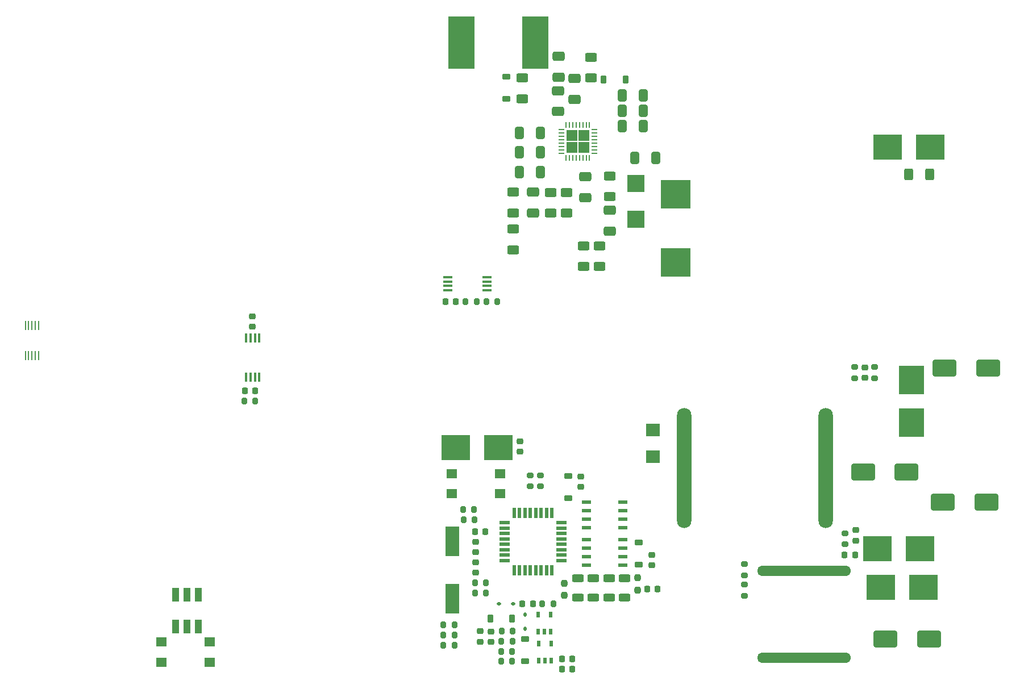
<source format=gtp>
G04 #@! TF.GenerationSoftware,KiCad,Pcbnew,7.0.1*
G04 #@! TF.CreationDate,2023-11-20T20:44:28-08:00*
G04 #@! TF.ProjectId,rps01,72707330-312e-46b6-9963-61645f706362,2*
G04 #@! TF.SameCoordinates,Original*
G04 #@! TF.FileFunction,Paste,Top*
G04 #@! TF.FilePolarity,Positive*
%FSLAX46Y46*%
G04 Gerber Fmt 4.6, Leading zero omitted, Abs format (unit mm)*
G04 Created by KiCad (PCBNEW 7.0.1) date 2023-11-20 20:44:28*
%MOMM*%
%LPD*%
G01*
G04 APERTURE LIST*
G04 Aperture macros list*
%AMRoundRect*
0 Rectangle with rounded corners*
0 $1 Rounding radius*
0 $2 $3 $4 $5 $6 $7 $8 $9 X,Y pos of 4 corners*
0 Add a 4 corners polygon primitive as box body*
4,1,4,$2,$3,$4,$5,$6,$7,$8,$9,$2,$3,0*
0 Add four circle primitives for the rounded corners*
1,1,$1+$1,$2,$3*
1,1,$1+$1,$4,$5*
1,1,$1+$1,$6,$7*
1,1,$1+$1,$8,$9*
0 Add four rect primitives between the rounded corners*
20,1,$1+$1,$2,$3,$4,$5,0*
20,1,$1+$1,$4,$5,$6,$7,0*
20,1,$1+$1,$6,$7,$8,$9,0*
20,1,$1+$1,$8,$9,$2,$3,0*%
G04 Aperture macros list end*
%ADD10RoundRect,0.250000X-0.412500X-0.650000X0.412500X-0.650000X0.412500X0.650000X-0.412500X0.650000X0*%
%ADD11R,1.100000X2.000000*%
%ADD12RoundRect,0.225000X0.250000X-0.225000X0.250000X0.225000X-0.250000X0.225000X-0.250000X-0.225000X0*%
%ADD13RoundRect,0.200000X0.200000X0.275000X-0.200000X0.275000X-0.200000X-0.275000X0.200000X-0.275000X0*%
%ADD14RoundRect,0.250000X0.625000X-0.312500X0.625000X0.312500X-0.625000X0.312500X-0.625000X-0.312500X0*%
%ADD15RoundRect,0.200000X-0.275000X0.200000X-0.275000X-0.200000X0.275000X-0.200000X0.275000X0.200000X0*%
%ADD16RoundRect,0.225000X-0.250000X0.225000X-0.250000X-0.225000X0.250000X-0.225000X0.250000X0.225000X0*%
%ADD17R,4.241800X3.810000*%
%ADD18RoundRect,0.200000X0.275000X-0.200000X0.275000X0.200000X-0.275000X0.200000X-0.275000X-0.200000X0*%
%ADD19RoundRect,0.225000X-0.225000X-0.250000X0.225000X-0.250000X0.225000X0.250000X-0.225000X0.250000X0*%
%ADD20RoundRect,0.250000X1.500000X1.000000X-1.500000X1.000000X-1.500000X-1.000000X1.500000X-1.000000X0*%
%ADD21RoundRect,0.225000X0.225000X0.250000X-0.225000X0.250000X-0.225000X-0.250000X0.225000X-0.250000X0*%
%ADD22RoundRect,0.112500X-0.187500X-0.112500X0.187500X-0.112500X0.187500X0.112500X-0.187500X0.112500X0*%
%ADD23RoundRect,0.200000X-0.200000X-0.275000X0.200000X-0.275000X0.200000X0.275000X-0.200000X0.275000X0*%
%ADD24R,4.000000X7.800000*%
%ADD25R,0.804800X0.249200*%
%ADD26R,0.249200X0.804800*%
%ADD27R,4.521200X4.241800*%
%ADD28RoundRect,0.237500X0.237500X-0.250000X0.237500X0.250000X-0.237500X0.250000X-0.237500X-0.250000X0*%
%ADD29R,2.499995X2.560396*%
%ADD30R,1.460500X0.558800*%
%ADD31RoundRect,0.250000X0.400000X0.625000X-0.400000X0.625000X-0.400000X-0.625000X0.400000X-0.625000X0*%
%ADD32R,3.810000X4.241800*%
%ADD33RoundRect,0.225000X-0.225000X-0.375000X0.225000X-0.375000X0.225000X0.375000X-0.225000X0.375000X0*%
%ADD34RoundRect,0.250000X0.625000X-0.400000X0.625000X0.400000X-0.625000X0.400000X-0.625000X-0.400000X0*%
%ADD35R,0.279400X1.333500*%
%ADD36RoundRect,0.225000X0.375000X-0.225000X0.375000X0.225000X-0.375000X0.225000X-0.375000X-0.225000X0*%
%ADD37RoundRect,0.250000X0.650000X-0.412500X0.650000X0.412500X-0.650000X0.412500X-0.650000X-0.412500X0*%
%ADD38R,1.600000X0.550000*%
%ADD39R,0.550000X1.600000*%
%ADD40R,0.508000X0.952500*%
%ADD41RoundRect,0.250000X-0.625000X0.400000X-0.625000X-0.400000X0.625000X-0.400000X0.625000X0.400000X0*%
%ADD42R,0.355600X1.473200*%
%ADD43RoundRect,0.250000X-0.625000X0.312500X-0.625000X-0.312500X0.625000X-0.312500X0.625000X0.312500X0*%
%ADD44RoundRect,0.250000X-0.650000X0.412500X-0.650000X-0.412500X0.650000X-0.412500X0.650000X0.412500X0*%
%ADD45R,2.159000X1.955800*%
%ADD46O,2.159000X17.907000*%
%ADD47O,13.970000X1.524000*%
%ADD48R,1.600000X1.400000*%
%ADD49RoundRect,0.225000X-0.375000X0.225000X-0.375000X-0.225000X0.375000X-0.225000X0.375000X0.225000X0*%
%ADD50RoundRect,0.250000X-1.500000X-1.000000X1.500000X-1.000000X1.500000X1.000000X-1.500000X1.000000X0*%
%ADD51R,1.473200X0.355600*%
%ADD52R,2.000000X4.500000*%
%ADD53RoundRect,0.112500X0.112500X-0.187500X0.112500X0.187500X-0.112500X0.187500X-0.112500X-0.187500X0*%
G04 APERTURE END LIST*
G36*
X119911100Y-53800000D02*
G01*
X118336100Y-53800000D01*
X118336100Y-52225000D01*
X119911100Y-52225000D01*
X119911100Y-53800000D01*
G37*
G36*
X119911100Y-55575000D02*
G01*
X118336100Y-55575000D01*
X118336100Y-54000000D01*
X119911100Y-54000000D01*
X119911100Y-55575000D01*
G37*
G36*
X121686100Y-53800000D02*
G01*
X120111100Y-53800000D01*
X120111100Y-52225000D01*
X121686100Y-52225000D01*
X121686100Y-53800000D01*
G37*
G36*
X121686100Y-55575000D02*
G01*
X120111100Y-55575000D01*
X120111100Y-54000000D01*
X121686100Y-54000000D01*
X121686100Y-55575000D01*
G37*
D10*
X111300000Y-52600000D03*
X114425000Y-52600000D03*
X111300000Y-55500000D03*
X114425000Y-55500000D03*
X126637500Y-51650000D03*
X129762500Y-51650000D03*
D11*
X60113750Y-126243939D03*
X61813750Y-126243939D03*
X63513750Y-126243939D03*
X63513750Y-121443939D03*
X61813750Y-121443939D03*
X60113750Y-121443939D03*
D12*
X131050000Y-117050000D03*
X131050000Y-115500000D03*
D13*
X106325000Y-119700000D03*
X104675000Y-119700000D03*
D14*
X124650000Y-121925000D03*
X124650000Y-119000000D03*
D12*
X105500000Y-128475000D03*
X105500000Y-126925000D03*
X107050000Y-128500000D03*
X107050000Y-126950000D03*
D13*
X110300000Y-126900000D03*
X108650000Y-126900000D03*
D12*
X104750000Y-115125000D03*
X104750000Y-113575000D03*
D15*
X114450000Y-103650000D03*
X114450000Y-105300000D03*
D16*
X120450000Y-103850000D03*
X120450000Y-105400000D03*
D17*
X101800000Y-99500000D03*
X108175400Y-99500000D03*
D18*
X164250000Y-89175000D03*
X164250000Y-87525000D03*
D19*
X159775000Y-115500000D03*
X161325000Y-115500000D03*
D20*
X181150000Y-87700000D03*
X174650000Y-87700000D03*
D21*
X113300000Y-122850000D03*
X111750000Y-122850000D03*
D10*
X126662500Y-49350000D03*
X129787500Y-49350000D03*
D22*
X108300000Y-122850000D03*
X110400000Y-122850000D03*
D23*
X108600000Y-129925000D03*
X110250000Y-129925000D03*
D19*
X117675000Y-131050000D03*
X119225000Y-131050000D03*
D24*
X102650000Y-39150000D03*
X113650000Y-39150000D03*
D25*
X117558700Y-52150001D03*
X117558700Y-52650000D03*
X117558700Y-53149999D03*
X117558700Y-53650000D03*
X117558700Y-54150000D03*
X117558700Y-54650001D03*
X117558700Y-55150000D03*
X117558700Y-55649999D03*
D26*
X118261101Y-56352400D03*
X118761100Y-56352400D03*
X119261099Y-56352400D03*
X119761100Y-56352400D03*
X120261100Y-56352400D03*
X120761101Y-56352400D03*
X121261100Y-56352400D03*
X121761099Y-56352400D03*
D25*
X122463500Y-55649999D03*
X122463500Y-55150000D03*
X122463500Y-54650001D03*
X122463500Y-54150000D03*
X122463500Y-53650000D03*
X122463500Y-53149999D03*
X122463500Y-52650000D03*
X122463500Y-52150001D03*
D26*
X121761099Y-51447600D03*
X121261100Y-51447600D03*
X120761101Y-51447600D03*
X120261100Y-51447600D03*
X119761100Y-51447600D03*
X119261099Y-51447600D03*
X118761100Y-51447600D03*
X118261101Y-51447600D03*
D13*
X110275000Y-128425000D03*
X108625000Y-128425000D03*
D27*
X134600000Y-61800002D03*
X134600000Y-71950000D03*
D20*
X169000000Y-103200000D03*
X162500000Y-103200000D03*
D28*
X118000000Y-121575000D03*
X118000000Y-119750000D03*
D29*
X128700000Y-60177806D03*
X128700000Y-65522194D03*
D30*
X121301700Y-107690000D03*
X121301700Y-108960000D03*
X121301700Y-110230000D03*
X121301700Y-111500000D03*
X126750000Y-111500000D03*
X126750000Y-110230000D03*
X126750000Y-108960000D03*
X126750000Y-107690000D03*
D31*
X172400000Y-58800000D03*
X169300000Y-58800000D03*
D17*
X172508150Y-54750000D03*
X166132750Y-54750000D03*
D23*
X99975000Y-125950000D03*
X101625000Y-125950000D03*
D32*
X169750000Y-95837700D03*
X169750000Y-89462300D03*
D15*
X112900000Y-103650000D03*
X112900000Y-105300000D03*
D33*
X123850000Y-44700000D03*
X127150000Y-44700000D03*
D13*
X104625000Y-110250000D03*
X102975000Y-110250000D03*
D34*
X124800000Y-62150000D03*
X124800000Y-59050000D03*
X118300000Y-64600000D03*
X118300000Y-61500000D03*
D35*
X37698419Y-85806730D03*
X38198799Y-85806730D03*
X38699179Y-85806730D03*
X39199559Y-85806730D03*
X39699939Y-85806730D03*
X39699939Y-81374430D03*
X39199559Y-81374430D03*
X38699179Y-81374430D03*
X38198799Y-81374430D03*
X37698419Y-81374430D03*
D23*
X100000000Y-128998000D03*
X101650000Y-128998000D03*
D36*
X129100000Y-117000000D03*
X129100000Y-113700000D03*
D37*
X121150000Y-62262500D03*
X121150000Y-59137500D03*
D38*
X109100000Y-110750000D03*
X109100000Y-111550000D03*
X109100000Y-112350000D03*
X109100000Y-113150000D03*
X109100000Y-113950000D03*
X109100000Y-114750000D03*
X109100000Y-115550000D03*
X109100000Y-116350000D03*
D39*
X110550000Y-117800000D03*
X111350000Y-117800000D03*
X112150000Y-117800000D03*
X112950000Y-117800000D03*
X113750000Y-117800000D03*
X114550000Y-117800000D03*
X115350000Y-117800000D03*
X116150000Y-117800000D03*
D38*
X117600000Y-116350000D03*
X117600000Y-115550000D03*
X117600000Y-114750000D03*
X117600000Y-113950000D03*
X117600000Y-113150000D03*
X117600000Y-112350000D03*
X117600000Y-111550000D03*
X117600000Y-110750000D03*
D39*
X116150000Y-109300000D03*
X115350000Y-109300000D03*
X114550000Y-109300000D03*
X113750000Y-109300000D03*
X112950000Y-109300000D03*
X112150000Y-109300000D03*
X111350000Y-109300000D03*
X110550000Y-109300000D03*
D28*
X128900000Y-120775000D03*
X128900000Y-118950000D03*
D40*
X114150000Y-131302700D03*
X115100001Y-131302700D03*
X116050002Y-131302700D03*
X116050002Y-128750000D03*
X114150000Y-128750000D03*
D21*
X131925000Y-120600000D03*
X130375000Y-120600000D03*
D40*
X114099998Y-127000000D03*
X115049999Y-127000000D03*
X116000000Y-127000000D03*
X116000000Y-124447300D03*
X114099998Y-124447300D03*
D16*
X104750000Y-116625000D03*
X104750000Y-118175000D03*
D19*
X104700000Y-112050000D03*
X106250000Y-112050000D03*
D41*
X120900000Y-69450000D03*
X120900000Y-72550000D03*
X115950000Y-61500000D03*
X115950000Y-64600000D03*
D12*
X71500000Y-81500000D03*
X71500000Y-79950000D03*
D42*
X72574178Y-83230680D03*
X71924180Y-83230680D03*
X71274178Y-83230680D03*
X70624180Y-83230680D03*
X70624180Y-89072680D03*
X71274178Y-89072680D03*
X71924180Y-89072680D03*
X72574178Y-89072680D03*
D41*
X111700000Y-44450000D03*
X111700000Y-47550000D03*
X110400000Y-61450000D03*
X110400000Y-64550000D03*
D36*
X109400000Y-47550000D03*
X109400000Y-44250000D03*
D12*
X162750000Y-89125000D03*
X162750000Y-87575000D03*
D43*
X126950000Y-119000000D03*
X126950000Y-121925000D03*
D37*
X124800000Y-67250000D03*
X124800000Y-64125000D03*
D23*
X106375000Y-77800000D03*
X108025000Y-77800000D03*
D44*
X113300000Y-61437500D03*
X113300000Y-64562500D03*
D17*
X171008150Y-114650000D03*
X164632750Y-114650000D03*
D15*
X159850000Y-112300000D03*
X159850000Y-113950000D03*
D43*
X122350000Y-119000000D03*
X122350000Y-121925000D03*
D12*
X161400000Y-113400000D03*
X161400000Y-111850000D03*
D23*
X100000000Y-127474000D03*
X101650000Y-127474000D03*
D15*
X161250000Y-87525000D03*
X161250000Y-89175000D03*
D18*
X144850000Y-121600000D03*
X144850000Y-119950000D03*
D20*
X180900000Y-107700000D03*
X174400000Y-107700000D03*
D41*
X121950000Y-41350000D03*
X121950000Y-44450000D03*
D23*
X108600000Y-131400000D03*
X110250000Y-131400000D03*
X114700000Y-122850000D03*
X116350000Y-122850000D03*
D41*
X110400000Y-66950000D03*
X110400000Y-70050000D03*
D30*
X121300000Y-113290000D03*
X121300000Y-114560000D03*
X121300000Y-115830000D03*
X121300000Y-117100000D03*
X126748300Y-117100000D03*
X126748300Y-115830000D03*
X126748300Y-114560000D03*
X126748300Y-113290000D03*
D10*
X128487500Y-56400000D03*
X131612500Y-56400000D03*
D44*
X119550000Y-44487500D03*
X119550000Y-47612500D03*
D45*
X131200000Y-96931500D03*
X131200000Y-100868500D03*
D10*
X126662500Y-47050000D03*
X129787500Y-47050000D03*
X111350000Y-58450000D03*
X114475000Y-58450000D03*
D21*
X101850000Y-77800000D03*
X100300000Y-77800000D03*
D34*
X123240000Y-72550000D03*
X123240000Y-69450000D03*
D46*
X156936100Y-102550000D03*
X135854100Y-102550000D03*
D47*
X153700000Y-130874998D03*
X153700000Y-117925002D03*
D48*
X108400000Y-106400000D03*
X101200000Y-106400000D03*
X108400000Y-103400000D03*
X101200000Y-103400000D03*
D49*
X118550000Y-103800000D03*
X118550000Y-107100000D03*
D44*
X117150000Y-41187500D03*
X117150000Y-44312500D03*
D17*
X165162300Y-120400000D03*
X171537700Y-120400000D03*
D14*
X120000000Y-121925000D03*
X120000000Y-119000000D03*
D23*
X70299179Y-92576680D03*
X71949179Y-92576680D03*
D49*
X112150000Y-128100000D03*
X112150000Y-131400000D03*
D18*
X144850000Y-118575000D03*
X144850000Y-116925000D03*
D50*
X165850000Y-128100000D03*
X172350000Y-128100000D03*
D13*
X106325000Y-121200000D03*
X104675000Y-121200000D03*
X104575000Y-108750000D03*
X102925000Y-108750000D03*
D51*
X100629000Y-74125001D03*
X100629000Y-74774999D03*
X100629000Y-75425001D03*
X100629000Y-76074999D03*
X106471000Y-76074999D03*
X106471000Y-75425001D03*
X106471000Y-74774999D03*
X106471000Y-74125001D03*
D16*
X111400000Y-98600000D03*
X111400000Y-100150000D03*
D33*
X106950000Y-125000000D03*
X110250000Y-125000000D03*
D44*
X117100000Y-46325000D03*
X117100000Y-49450000D03*
D19*
X117675000Y-132600000D03*
X119225000Y-132600000D03*
D13*
X104950000Y-77800000D03*
X103300000Y-77800000D03*
D52*
X101350000Y-113550000D03*
X101350000Y-122050000D03*
D48*
X57952000Y-128512000D03*
X65152000Y-128512000D03*
X57952000Y-131512000D03*
X65152000Y-131512000D03*
D53*
X112150000Y-126550000D03*
X112150000Y-124450000D03*
D21*
X71924179Y-91051680D03*
X70374179Y-91051680D03*
M02*

</source>
